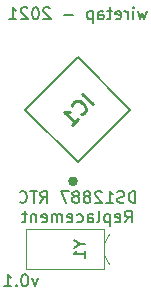
<source format=gbr>
%TF.GenerationSoftware,KiCad,Pcbnew,(5.1.6)-1*%
%TF.CreationDate,2021-07-23T13:19:56-04:00*%
%TF.ProjectId,RTC-12887-switch,5254432d-3132-4383-9837-2d7377697463,rev?*%
%TF.SameCoordinates,Original*%
%TF.FileFunction,Legend,Bot*%
%TF.FilePolarity,Positive*%
%FSLAX46Y46*%
G04 Gerber Fmt 4.6, Leading zero omitted, Abs format (unit mm)*
G04 Created by KiCad (PCBNEW (5.1.6)-1) date 2021-07-23 13:19:56*
%MOMM*%
%LPD*%
G01*
G04 APERTURE LIST*
%ADD10C,0.150000*%
%ADD11C,0.120000*%
%ADD12C,0.200000*%
%ADD13C,0.400000*%
%ADD14C,0.254000*%
G04 APERTURE END LIST*
D10*
X131055333Y-83478714D02*
X130864857Y-84145380D01*
X130674380Y-83669190D01*
X130483904Y-84145380D01*
X130293428Y-83478714D01*
X129912476Y-84145380D02*
X129912476Y-83478714D01*
X129912476Y-83145380D02*
X129960095Y-83193000D01*
X129912476Y-83240619D01*
X129864857Y-83193000D01*
X129912476Y-83145380D01*
X129912476Y-83240619D01*
X129436285Y-84145380D02*
X129436285Y-83478714D01*
X129436285Y-83669190D02*
X129388666Y-83573952D01*
X129341047Y-83526333D01*
X129245809Y-83478714D01*
X129150571Y-83478714D01*
X128436285Y-84097761D02*
X128531523Y-84145380D01*
X128722000Y-84145380D01*
X128817238Y-84097761D01*
X128864857Y-84002523D01*
X128864857Y-83621571D01*
X128817238Y-83526333D01*
X128722000Y-83478714D01*
X128531523Y-83478714D01*
X128436285Y-83526333D01*
X128388666Y-83621571D01*
X128388666Y-83716809D01*
X128864857Y-83812047D01*
X128102952Y-83478714D02*
X127722000Y-83478714D01*
X127960095Y-83145380D02*
X127960095Y-84002523D01*
X127912476Y-84097761D01*
X127817238Y-84145380D01*
X127722000Y-84145380D01*
X126960095Y-84145380D02*
X126960095Y-83621571D01*
X127007714Y-83526333D01*
X127102952Y-83478714D01*
X127293428Y-83478714D01*
X127388666Y-83526333D01*
X126960095Y-84097761D02*
X127055333Y-84145380D01*
X127293428Y-84145380D01*
X127388666Y-84097761D01*
X127436285Y-84002523D01*
X127436285Y-83907285D01*
X127388666Y-83812047D01*
X127293428Y-83764428D01*
X127055333Y-83764428D01*
X126960095Y-83716809D01*
X126483904Y-83478714D02*
X126483904Y-84478714D01*
X126483904Y-83526333D02*
X126388666Y-83478714D01*
X126198190Y-83478714D01*
X126102952Y-83526333D01*
X126055333Y-83573952D01*
X126007714Y-83669190D01*
X126007714Y-83954904D01*
X126055333Y-84050142D01*
X126102952Y-84097761D01*
X126198190Y-84145380D01*
X126388666Y-84145380D01*
X126483904Y-84097761D01*
X124817238Y-83764428D02*
X124055333Y-83764428D01*
X122864857Y-83240619D02*
X122817238Y-83193000D01*
X122722000Y-83145380D01*
X122483904Y-83145380D01*
X122388666Y-83193000D01*
X122341047Y-83240619D01*
X122293428Y-83335857D01*
X122293428Y-83431095D01*
X122341047Y-83573952D01*
X122912476Y-84145380D01*
X122293428Y-84145380D01*
X121674380Y-83145380D02*
X121579142Y-83145380D01*
X121483904Y-83193000D01*
X121436285Y-83240619D01*
X121388666Y-83335857D01*
X121341047Y-83526333D01*
X121341047Y-83764428D01*
X121388666Y-83954904D01*
X121436285Y-84050142D01*
X121483904Y-84097761D01*
X121579142Y-84145380D01*
X121674380Y-84145380D01*
X121769619Y-84097761D01*
X121817238Y-84050142D01*
X121864857Y-83954904D01*
X121912476Y-83764428D01*
X121912476Y-83526333D01*
X121864857Y-83335857D01*
X121817238Y-83240619D01*
X121769619Y-83193000D01*
X121674380Y-83145380D01*
X120960095Y-83240619D02*
X120912476Y-83193000D01*
X120817238Y-83145380D01*
X120579142Y-83145380D01*
X120483904Y-83193000D01*
X120436285Y-83240619D01*
X120388666Y-83335857D01*
X120388666Y-83431095D01*
X120436285Y-83573952D01*
X121007714Y-84145380D01*
X120388666Y-84145380D01*
X119436285Y-84145380D02*
X120007714Y-84145380D01*
X119722000Y-84145380D02*
X119722000Y-83145380D01*
X119817238Y-83288238D01*
X119912476Y-83383476D01*
X120007714Y-83431095D01*
X121824571Y-106084714D02*
X121586476Y-106751380D01*
X121348380Y-106084714D01*
X120776952Y-105751380D02*
X120681714Y-105751380D01*
X120586476Y-105799000D01*
X120538857Y-105846619D01*
X120491238Y-105941857D01*
X120443619Y-106132333D01*
X120443619Y-106370428D01*
X120491238Y-106560904D01*
X120538857Y-106656142D01*
X120586476Y-106703761D01*
X120681714Y-106751380D01*
X120776952Y-106751380D01*
X120872190Y-106703761D01*
X120919809Y-106656142D01*
X120967428Y-106560904D01*
X121015047Y-106370428D01*
X121015047Y-106132333D01*
X120967428Y-105941857D01*
X120919809Y-105846619D01*
X120872190Y-105799000D01*
X120776952Y-105751380D01*
X120015047Y-106656142D02*
X119967428Y-106703761D01*
X120015047Y-106751380D01*
X120062666Y-106703761D01*
X120015047Y-106656142D01*
X120015047Y-106751380D01*
X119015047Y-106751380D02*
X119586476Y-106751380D01*
X119300761Y-106751380D02*
X119300761Y-105751380D01*
X119396000Y-105894238D01*
X119491238Y-105989476D01*
X119586476Y-106037095D01*
X130102952Y-99703380D02*
X130102952Y-98703380D01*
X129864857Y-98703380D01*
X129722000Y-98751000D01*
X129626761Y-98846238D01*
X129579142Y-98941476D01*
X129531523Y-99131952D01*
X129531523Y-99274809D01*
X129579142Y-99465285D01*
X129626761Y-99560523D01*
X129722000Y-99655761D01*
X129864857Y-99703380D01*
X130102952Y-99703380D01*
X129150571Y-99655761D02*
X129007714Y-99703380D01*
X128769619Y-99703380D01*
X128674380Y-99655761D01*
X128626761Y-99608142D01*
X128579142Y-99512904D01*
X128579142Y-99417666D01*
X128626761Y-99322428D01*
X128674380Y-99274809D01*
X128769619Y-99227190D01*
X128960095Y-99179571D01*
X129055333Y-99131952D01*
X129102952Y-99084333D01*
X129150571Y-98989095D01*
X129150571Y-98893857D01*
X129102952Y-98798619D01*
X129055333Y-98751000D01*
X128960095Y-98703380D01*
X128722000Y-98703380D01*
X128579142Y-98751000D01*
X127626761Y-99703380D02*
X128198190Y-99703380D01*
X127912476Y-99703380D02*
X127912476Y-98703380D01*
X128007714Y-98846238D01*
X128102952Y-98941476D01*
X128198190Y-98989095D01*
X127245809Y-98798619D02*
X127198190Y-98751000D01*
X127102952Y-98703380D01*
X126864857Y-98703380D01*
X126769619Y-98751000D01*
X126722000Y-98798619D01*
X126674380Y-98893857D01*
X126674380Y-98989095D01*
X126722000Y-99131952D01*
X127293428Y-99703380D01*
X126674380Y-99703380D01*
X126102952Y-99131952D02*
X126198190Y-99084333D01*
X126245809Y-99036714D01*
X126293428Y-98941476D01*
X126293428Y-98893857D01*
X126245809Y-98798619D01*
X126198190Y-98751000D01*
X126102952Y-98703380D01*
X125912476Y-98703380D01*
X125817238Y-98751000D01*
X125769619Y-98798619D01*
X125722000Y-98893857D01*
X125722000Y-98941476D01*
X125769619Y-99036714D01*
X125817238Y-99084333D01*
X125912476Y-99131952D01*
X126102952Y-99131952D01*
X126198190Y-99179571D01*
X126245809Y-99227190D01*
X126293428Y-99322428D01*
X126293428Y-99512904D01*
X126245809Y-99608142D01*
X126198190Y-99655761D01*
X126102952Y-99703380D01*
X125912476Y-99703380D01*
X125817238Y-99655761D01*
X125769619Y-99608142D01*
X125722000Y-99512904D01*
X125722000Y-99322428D01*
X125769619Y-99227190D01*
X125817238Y-99179571D01*
X125912476Y-99131952D01*
X125150571Y-99131952D02*
X125245809Y-99084333D01*
X125293428Y-99036714D01*
X125341047Y-98941476D01*
X125341047Y-98893857D01*
X125293428Y-98798619D01*
X125245809Y-98751000D01*
X125150571Y-98703380D01*
X124960095Y-98703380D01*
X124864857Y-98751000D01*
X124817238Y-98798619D01*
X124769619Y-98893857D01*
X124769619Y-98941476D01*
X124817238Y-99036714D01*
X124864857Y-99084333D01*
X124960095Y-99131952D01*
X125150571Y-99131952D01*
X125245809Y-99179571D01*
X125293428Y-99227190D01*
X125341047Y-99322428D01*
X125341047Y-99512904D01*
X125293428Y-99608142D01*
X125245809Y-99655761D01*
X125150571Y-99703380D01*
X124960095Y-99703380D01*
X124864857Y-99655761D01*
X124817238Y-99608142D01*
X124769619Y-99512904D01*
X124769619Y-99322428D01*
X124817238Y-99227190D01*
X124864857Y-99179571D01*
X124960095Y-99131952D01*
X124436285Y-98703380D02*
X123769619Y-98703380D01*
X124198190Y-99703380D01*
X122055333Y-99703380D02*
X122388666Y-99227190D01*
X122626761Y-99703380D02*
X122626761Y-98703380D01*
X122245809Y-98703380D01*
X122150571Y-98751000D01*
X122102952Y-98798619D01*
X122055333Y-98893857D01*
X122055333Y-99036714D01*
X122102952Y-99131952D01*
X122150571Y-99179571D01*
X122245809Y-99227190D01*
X122626761Y-99227190D01*
X121769619Y-98703380D02*
X121198190Y-98703380D01*
X121483904Y-99703380D02*
X121483904Y-98703380D01*
X120293428Y-99608142D02*
X120341047Y-99655761D01*
X120483904Y-99703380D01*
X120579142Y-99703380D01*
X120722000Y-99655761D01*
X120817238Y-99560523D01*
X120864857Y-99465285D01*
X120912476Y-99274809D01*
X120912476Y-99131952D01*
X120864857Y-98941476D01*
X120817238Y-98846238D01*
X120722000Y-98751000D01*
X120579142Y-98703380D01*
X120483904Y-98703380D01*
X120341047Y-98751000D01*
X120293428Y-98798619D01*
X129198190Y-101353380D02*
X129531523Y-100877190D01*
X129769619Y-101353380D02*
X129769619Y-100353380D01*
X129388666Y-100353380D01*
X129293428Y-100401000D01*
X129245809Y-100448619D01*
X129198190Y-100543857D01*
X129198190Y-100686714D01*
X129245809Y-100781952D01*
X129293428Y-100829571D01*
X129388666Y-100877190D01*
X129769619Y-100877190D01*
X128388666Y-101305761D02*
X128483904Y-101353380D01*
X128674380Y-101353380D01*
X128769619Y-101305761D01*
X128817238Y-101210523D01*
X128817238Y-100829571D01*
X128769619Y-100734333D01*
X128674380Y-100686714D01*
X128483904Y-100686714D01*
X128388666Y-100734333D01*
X128341047Y-100829571D01*
X128341047Y-100924809D01*
X128817238Y-101020047D01*
X127912476Y-100686714D02*
X127912476Y-101686714D01*
X127912476Y-100734333D02*
X127817238Y-100686714D01*
X127626761Y-100686714D01*
X127531523Y-100734333D01*
X127483904Y-100781952D01*
X127436285Y-100877190D01*
X127436285Y-101162904D01*
X127483904Y-101258142D01*
X127531523Y-101305761D01*
X127626761Y-101353380D01*
X127817238Y-101353380D01*
X127912476Y-101305761D01*
X126864857Y-101353380D02*
X126960095Y-101305761D01*
X127007714Y-101210523D01*
X127007714Y-100353380D01*
X126055333Y-101353380D02*
X126055333Y-100829571D01*
X126102952Y-100734333D01*
X126198190Y-100686714D01*
X126388666Y-100686714D01*
X126483904Y-100734333D01*
X126055333Y-101305761D02*
X126150571Y-101353380D01*
X126388666Y-101353380D01*
X126483904Y-101305761D01*
X126531523Y-101210523D01*
X126531523Y-101115285D01*
X126483904Y-101020047D01*
X126388666Y-100972428D01*
X126150571Y-100972428D01*
X126055333Y-100924809D01*
X125150571Y-101305761D02*
X125245809Y-101353380D01*
X125436285Y-101353380D01*
X125531523Y-101305761D01*
X125579142Y-101258142D01*
X125626761Y-101162904D01*
X125626761Y-100877190D01*
X125579142Y-100781952D01*
X125531523Y-100734333D01*
X125436285Y-100686714D01*
X125245809Y-100686714D01*
X125150571Y-100734333D01*
X124341047Y-101305761D02*
X124436285Y-101353380D01*
X124626761Y-101353380D01*
X124722000Y-101305761D01*
X124769619Y-101210523D01*
X124769619Y-100829571D01*
X124722000Y-100734333D01*
X124626761Y-100686714D01*
X124436285Y-100686714D01*
X124341047Y-100734333D01*
X124293428Y-100829571D01*
X124293428Y-100924809D01*
X124769619Y-101020047D01*
X123864857Y-101353380D02*
X123864857Y-100686714D01*
X123864857Y-100781952D02*
X123817238Y-100734333D01*
X123722000Y-100686714D01*
X123579142Y-100686714D01*
X123483904Y-100734333D01*
X123436285Y-100829571D01*
X123436285Y-101353380D01*
X123436285Y-100829571D02*
X123388666Y-100734333D01*
X123293428Y-100686714D01*
X123150571Y-100686714D01*
X123055333Y-100734333D01*
X123007714Y-100829571D01*
X123007714Y-101353380D01*
X122150571Y-101305761D02*
X122245809Y-101353380D01*
X122436285Y-101353380D01*
X122531523Y-101305761D01*
X122579142Y-101210523D01*
X122579142Y-100829571D01*
X122531523Y-100734333D01*
X122436285Y-100686714D01*
X122245809Y-100686714D01*
X122150571Y-100734333D01*
X122102952Y-100829571D01*
X122102952Y-100924809D01*
X122579142Y-101020047D01*
X121674380Y-100686714D02*
X121674380Y-101353380D01*
X121674380Y-100781952D02*
X121626761Y-100734333D01*
X121531523Y-100686714D01*
X121388666Y-100686714D01*
X121293428Y-100734333D01*
X121245809Y-100829571D01*
X121245809Y-101353380D01*
X120912476Y-100686714D02*
X120531523Y-100686714D01*
X120769619Y-100353380D02*
X120769619Y-101210523D01*
X120722000Y-101305761D01*
X120626761Y-101353380D01*
X120531523Y-101353380D01*
D11*
%TO.C,Y1*%
X127847000Y-102362000D02*
X127847000Y-102362000D01*
X127447000Y-103132000D02*
X127847000Y-102362000D01*
X127847000Y-104902000D02*
X127847000Y-104902000D01*
X127447000Y-104132000D02*
X127847000Y-104902000D01*
X127447000Y-101932000D02*
X127447000Y-105332000D01*
X120847000Y-101932000D02*
X127447000Y-101932000D01*
X120847000Y-105332000D02*
X120847000Y-101932000D01*
X127447000Y-105332000D02*
X120847000Y-105332000D01*
D12*
%TO.C,IC1*%
X125222000Y-96275773D02*
X129676773Y-91821000D01*
X129676773Y-91821000D02*
X125222000Y-87366227D01*
X125222000Y-87366227D02*
X120767227Y-91821000D01*
X120767227Y-91821000D02*
X125222000Y-96275773D01*
D13*
X125015415Y-97884441D02*
G75*
G03*
X125015415Y-97884441I-200001J0D01*
G01*
%TO.C,Y1*%
D10*
X125394190Y-103155809D02*
X125870380Y-103155809D01*
X124870380Y-102822476D02*
X125394190Y-103155809D01*
X124870380Y-103489142D01*
X125870380Y-104346285D02*
X125870380Y-103774857D01*
X125870380Y-104060571D02*
X124870380Y-104060571D01*
X125013238Y-103965333D01*
X125108476Y-103870095D01*
X125156095Y-103774857D01*
%TO.C,IC1*%
D14*
X126504893Y-91350605D02*
X125606868Y-90452580D01*
X125478578Y-92205868D02*
X125564104Y-92205868D01*
X125735157Y-92120341D01*
X125820683Y-92034815D01*
X125906209Y-91863763D01*
X125906209Y-91692710D01*
X125863446Y-91564421D01*
X125735157Y-91350605D01*
X125606868Y-91222316D01*
X125393052Y-91094026D01*
X125264763Y-91051263D01*
X125093710Y-91051263D01*
X124922658Y-91136790D01*
X124837131Y-91222316D01*
X124751605Y-91393368D01*
X124751605Y-91478895D01*
X124708842Y-93146656D02*
X125222000Y-92633499D01*
X124965421Y-92890078D02*
X124067395Y-91992052D01*
X124281211Y-92034815D01*
X124452263Y-92034815D01*
X124580553Y-91992052D01*
%TD*%
M02*

</source>
